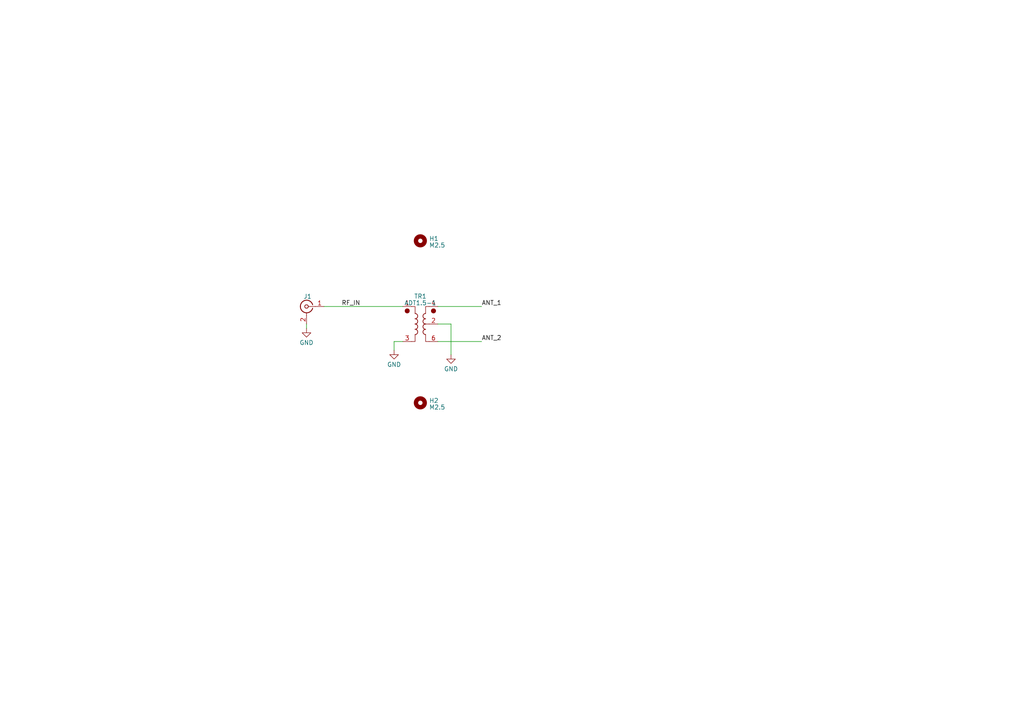
<source format=kicad_sch>
(kicad_sch (version 20230121) (generator eeschema)
  (paper "A4")
  (lib_symbols
    (symbol "Connector:Conn_Coaxial" (pin_names (offset 1.016) hide)
      (property "Reference" "J" (at 0.254 3.048 0))
      (property "Value" "Conn_Coaxial" (at 2.921 0 90))
      (symbol "Conn_Coaxial_0_1"
        (arc (start -1.778 -0.508) (mid 0.2311 -1.8066) (end 1.778 0) (stroke (width 0.254)))
        (polyline (pts (xy -2.54 0) (xy -0.508 0)))
        (polyline (pts (xy 0 -2.54) (xy 0 -1.778)))
        (circle (center 0 0) (radius 0.508) (stroke (width 0.2032)))
        (arc (start 1.778 0) (mid 0.2099 1.8101) (end -1.778 0.508) (stroke (width 0.254)))
      )
      (symbol "Conn_Coaxial_1_1"
        (pin passive line (at -5.08 0 0) (length 2.54) (name "In") (number "1"))
        (pin passive line (at 0 -5.08 90) (length 2.54) (name "Ext") (number "2"))
      )
    )
    (symbol "Mechanical:MountingHole" (pin_names (offset 1.016))
      (property "Reference" "H" (at 0 5.08 0))
      (property "Value" "MountingHole" (at 0 3.175 0))
      (symbol "MountingHole_0_1"
        (circle (center 0 0) (radius 1.27) (stroke (width 1.27)))
      )
    )
    (symbol "Transformer:ADT1.5-1" (pin_names hide)
      (property "Reference" "TR" (at 0 6.35 0))
      (property "Value" "ADT1.5-1" (at 0 -6.985 0))
      (symbol "ADT1.5-1_0_1"
        (circle (center -3.81 3.81) (radius 0.635) (fill (type outline)))
        (arc (start -1.524 -3.048) (mid -0.7653 -2.286) (end -1.524 -1.524) (stroke (width 0.2032)))
        (arc (start -1.524 -1.524) (mid -0.7653 -0.762) (end -1.524 0) (stroke (width 0.2032)))
        (arc (start -1.524 0) (mid -0.7653 0.762) (end -1.524 1.524) (stroke (width 0.2032)))
        (arc (start -1.524 1.524) (mid -0.7653 2.286) (end -1.524 3.048) (stroke (width 0.2032)))
        (polyline (pts (xy 2.54 0) (xy 1.27 0)) (stroke (width 0.1524)))
        (polyline (pts (xy -2.54 5.08) (xy -1.524 5.08) (xy -1.524 3.048)) (stroke (width 0.1524)))
        (polyline (pts (xy -1.524 -3.048) (xy -1.524 -5.08) (xy -2.54 -5.08)) (stroke (width 0.1524)))
        (polyline (pts (xy 1.524 3.048) (xy 1.524 5.08) (xy 2.54 5.08)) (stroke (width 0.1524)))
        (polyline (pts (xy 2.54 -5.08) (xy 1.524 -5.08) (xy 1.524 -3.048)) (stroke (width 0.1524)))
        (arc (start 1.524 -1.524) (mid 0.7653 -2.286) (end 1.524 -3.048) (stroke (width 0.2032)))
        (arc (start 1.524 0) (mid 0.7653 -0.762) (end 1.524 -1.524) (stroke (width 0.2032)))
        (arc (start 1.524 1.524) (mid 0.7653 0.762) (end 1.524 0) (stroke (width 0.2032)))
        (arc (start 1.524 3.048) (mid 0.7653 2.286) (end 1.524 1.524) (stroke (width 0.2032)))
        (circle (center 3.81 3.81) (radius 0.635) (fill (type outline)))
      )
      (symbol "ADT1.5-1_1_1"
        (pin passive line (at -5.08 5.08 0) (length 2.54) (name "~") (number "1"))
        (pin passive line (at 5.08 0 180) (length 2.54) (name "~") (number "2"))
        (pin passive line (at -5.08 -5.08 0) (length 2.54) (name "~") (number "3"))
        (pin passive line (at 5.08 5.08 180) (length 2.54) (name "~") (number "4"))
        (pin no_connect line (at -2.54 0 0) (length 2.54) hide (name "~") (number "5"))
        (pin passive line (at 5.08 -5.08 180) (length 2.54) (name "~") (number "6"))
      )
    )
    (symbol "power:GND" (power) (pin_names (offset 0))
      (property "Value" "GND" (at 0 -3.81 0))
      (symbol "GND_0_1"
        (polyline (pts (xy 0 0) (xy 0 -1.27) (xy 1.27 -1.27) (xy 0 -2.54) (xy -1.27 -1.27) (xy 0 -1.27)))
      )
      (symbol "GND_1_1"
        (pin power_in line (at 0 0 270) (length 0) hide (name "GND") (number "1"))
      )
    )
  )
  (wire (pts (xy 127 99.06) (xy 139.7 99.06)))
  (wire (pts (xy 116.84 99.06) (xy 114.3 99.06)))
  (wire (pts (xy 127 88.9) (xy 139.7 88.9)))
  (wire (pts (xy 93.98 88.9) (xy 116.84 88.9)))
  (wire (pts (xy 88.9 93.98) (xy 88.9 95.25)))
  (wire (pts (xy 127 93.98) (xy 130.81 93.98)))
  (wire (pts (xy 114.3 99.06) (xy 114.3 101.6)))
  (wire (pts (xy 130.81 93.98) (xy 130.81 102.87)))
  (label "ANT_1" (at 139.7 88.9 0))
  (label "RF_IN" (at 99.06 88.9 0))
  (label "ANT_2" (at 139.7 99.06 0))
  (symbol (lib_id "power:GND") (at 88.9 95.25 0) (unit 1)
    (property "Reference" "#PWR01" (effects hide))
    (property "Value" "GND" (at 88.9 99.3855 0))
  )
  (symbol (lib_id "power:GND") (at 114.3 101.6 0) (unit 1)
    (property "Reference" "#PWR02" (effects hide))
    (property "Value" "GND" (at 114.3 105.7355 0))
  )
  (symbol (lib_id "power:GND") (at 130.81 102.87 0) (mirror y) (unit 1)
    (property "Reference" "#PWR03" (effects hide))
    (property "Value" "GND" (at 130.81 107.0055 0))
  )
  (symbol (lib_id "Connector:Conn_Coaxial") (at 88.9 88.9 0) (mirror y) (unit 1)
    (property "Reference" "J1" (at 89.2174 85.9845 0))
    (property "Value" "Conn_Coaxial" (effects hide))
    (property "Footprint" "Repowered_Connectors:SMA_Amphenol_132384_EdgeMount" (effects hide))
    (property "Datasheet" " ~" (effects hide))
  )
  (symbol (lib_id "Mechanical:MountingHole") (at 121.92 69.85 0) (unit 1)
    (property "Reference" "H1" (at 124.46 69.2063 0) (effects (justify left)))
    (property "Value" "M2.5" (at 124.46 71.1273 0) (effects (justify left)))
    (property "Footprint" "MountingHole:MountingHole_2.7mm_M2.5" (effects hide))
  )
  (symbol (lib_id "Transformer:ADT1.5-1") (at 121.92 93.98 0) (unit 1)
    (property "Reference" "TR1" (at 121.92 85.9409 0))
    (property "Value" "ADT1.5-1" (at 121.92 87.8619 0))
    (property "Footprint" "RF_Mini-Circuits:Mini-Circuits_CD542_H2.84mm" (effects hide))
    (property "Datasheet" "https://www.minicircuits.com/pdfs/ADT1.5-1+.pdf" (effects hide))
  )
  (symbol (lib_id "Mechanical:MountingHole") (at 121.92 116.84 0) (unit 1)
    (property "Reference" "H2" (at 124.46 116.1963 0) (effects (justify left)))
    (property "Value" "M2.5" (at 124.46 118.1173 0) (effects (justify left)))
    (property "Footprint" "MountingHole:MountingHole_2.7mm_M2.5" (effects hide))
  )
)
</source>
